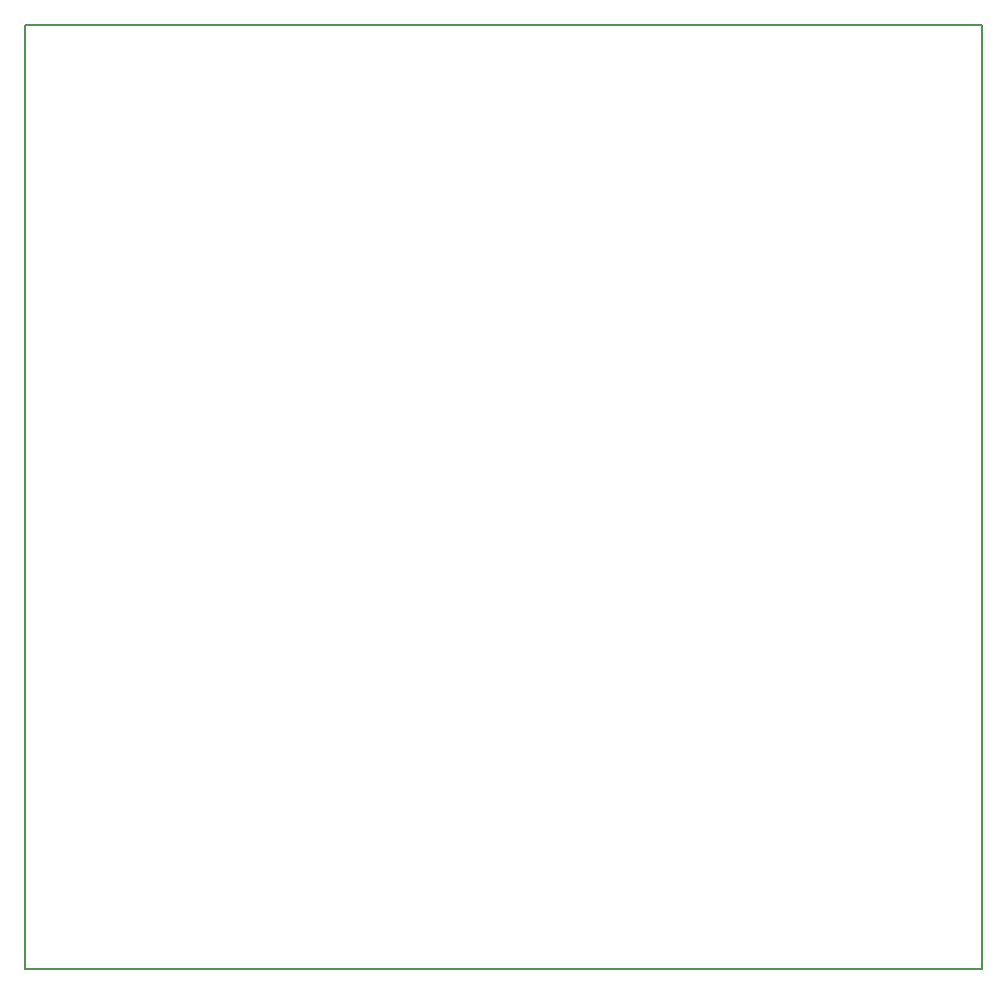
<source format=gbr>
G04 #@! TF.GenerationSoftware,KiCad,Pcbnew,5.0.1-33cea8e~68~ubuntu18.10.1*
G04 #@! TF.CreationDate,2018-11-26T23:41:48+02:00*
G04 #@! TF.ProjectId,GB-BRK-SLOT-A,47422D42524B2D534C4F542D412E6B69,v1.0*
G04 #@! TF.SameCoordinates,Original*
G04 #@! TF.FileFunction,Profile,NP*
%FSLAX46Y46*%
G04 Gerber Fmt 4.6, Leading zero omitted, Abs format (unit mm)*
G04 Created by KiCad (PCBNEW 5.0.1-33cea8e~68~ubuntu18.10.1) date ma 26. marraskuuta 2018 23.41.48*
%MOMM*%
%LPD*%
G01*
G04 APERTURE LIST*
%ADD10C,0.150000*%
G04 APERTURE END LIST*
D10*
X128000000Y-70000000D02*
X128000000Y-150000000D01*
X47000000Y-70000000D02*
X128000000Y-70000000D01*
X47000000Y-150000000D02*
X128000000Y-150000000D01*
X47000000Y-70000000D02*
X47000000Y-150000000D01*
M02*

</source>
